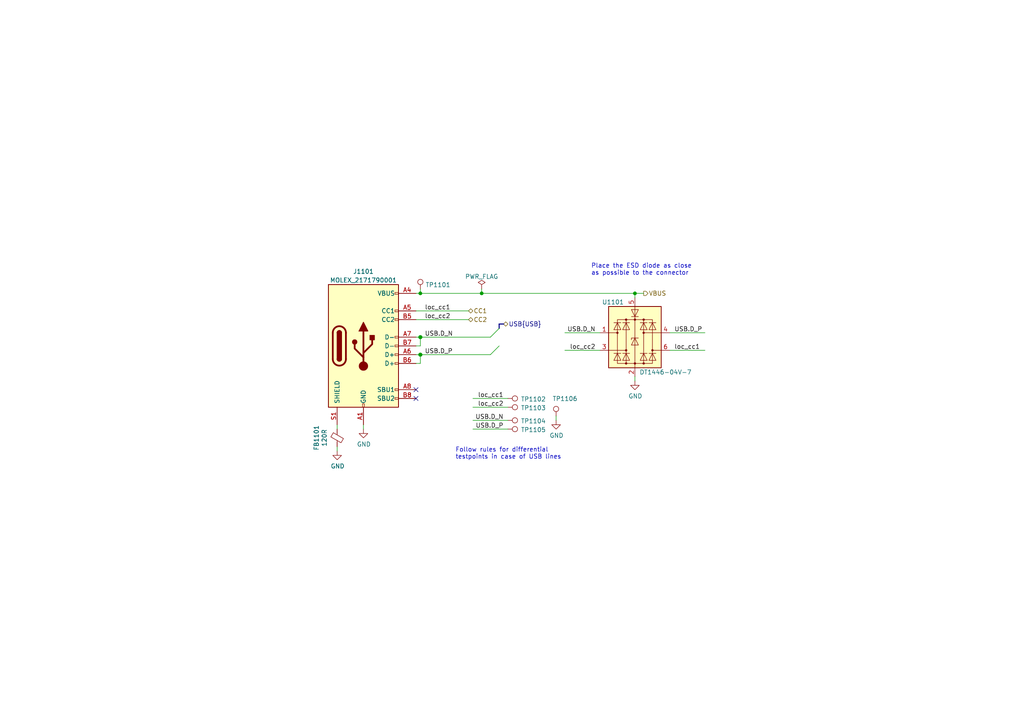
<source format=kicad_sch>
(kicad_sch (version 20210621) (generator eeschema)
  (paper "A4")
  (lib_symbols
    (symbol "DIYPie:DT1446-04V-7" (pin_names hide)
      (property "Reference" "U" (at 2.54 8.89 0))
      (property "Value" "DT1446-04V-7" (at 2.54 -8.89 0))
      (symbol "DT1446-04V-7_0_1"
        (circle (center -5.08 2.54) (radius 0.254) (fill (type outline)))
        (circle (center -2.54 -6.35) (radius 0.254) (fill (type outline)))
        (circle (center -2.54 -2.54) (radius 0.254) (fill (type outline)))
        (circle (center -2.54 6.35) (radius 0.254) (fill (type outline)))
        (circle (center 0 -6.35) (radius 0.254) (fill (type outline)))
        (circle (center 0 6.35) (radius 0.254) (fill (type outline)))
        (circle (center 2.54 -6.35) (radius 0.254) (fill (type outline)))
        (circle (center 2.54 2.54) (radius 0.254) (fill (type outline)))
        (circle (center 2.54 6.35) (radius 0.254) (fill (type outline)))
        (circle (center 5.08 -2.54) (radius 0.254) (fill (type outline)))
        (rectangle (start -2.54 6.35) (end 2.54 -6.35))
        (rectangle (start -7.62 -7.62) (end 7.62 10.16) (stroke (width 0.254)) (fill (type background)))
        (polyline (pts (xy -5.08 2.54) (xy -7.62 2.54)))
        (polyline (pts (xy -4.064 -3.429) (xy -6.096 -3.429)))
        (polyline (pts (xy -4.064 5.461) (xy -6.096 5.461)))
        (polyline (pts (xy -2.54 -2.54) (xy -7.62 -2.54)))
        (polyline (pts (xy -1.524 -3.429) (xy -3.556 -3.429)))
        (polyline (pts (xy -1.524 5.461) (xy -3.556 5.461)))
        (polyline (pts (xy 0 -7.62) (xy 0 -6.35)))
        (polyline (pts (xy 0 -6.35) (xy 0 1.27)))
        (polyline (pts (xy 0 1.27) (xy 0 6.35)))
        (polyline (pts (xy 0 6.35) (xy 0 10.16)))
        (polyline (pts (xy 1.524 -3.429) (xy 3.556 -3.429)))
        (polyline (pts (xy 1.524 5.461) (xy 3.556 5.461)))
        (polyline (pts (xy 2.54 2.54) (xy 7.62 2.54)))
        (polyline (pts (xy 4.064 -3.429) (xy 6.096 -3.429)))
        (polyline (pts (xy 4.064 5.461) (xy 6.096 5.461)))
        (polyline (pts (xy 5.08 -2.54) (xy 7.62 -2.54)))
        (polyline (pts (xy -6.096 -5.461) (xy -4.064 -5.461) (xy -5.08 -3.429) (xy -6.096 -5.461)))
        (polyline (pts (xy -6.096 3.429) (xy -4.064 3.429) (xy -5.08 5.461) (xy -6.096 3.429)))
        (polyline (pts (xy -3.556 -5.461) (xy -1.524 -5.461) (xy -2.54 -3.429) (xy -3.556 -5.461)))
        (polyline (pts (xy -3.556 3.429) (xy -1.524 3.429) (xy -2.54 5.461) (xy -3.556 3.429)))
        (polyline (pts (xy -2.54 6.35) (xy -5.08 6.35) (xy -5.08 -6.35) (xy -2.54 -6.35)))
        (polyline (pts (xy -1.016 -1.016) (xy 1.016 -1.016) (xy 0 1.016) (xy -1.016 -1.016)))
        (polyline (pts (xy 1.016 1.016) (xy 0.762 1.016) (xy -1.016 1.016) (xy -1.016 0.508)))
        (polyline (pts (xy 2.54 6.35) (xy 5.08 6.35) (xy 5.08 -6.35) (xy 2.54 -6.35)))
        (polyline (pts (xy 3.556 -5.461) (xy 1.524 -5.461) (xy 2.54 -3.429) (xy 3.556 -5.461)))
        (polyline (pts (xy 3.556 3.429) (xy 1.524 3.429) (xy 2.54 5.461) (xy 3.556 3.429)))
        (polyline (pts (xy 6.096 -5.461) (xy 4.064 -5.461) (xy 5.08 -3.429) (xy 6.096 -5.461)))
        (polyline (pts (xy 6.096 3.429) (xy 4.064 3.429) (xy 5.08 5.461) (xy 6.096 3.429)))
      )
      (symbol "DT1446-04V-7_1_1"
        (polyline (pts (xy 1.016 7.239) (xy -1.016 7.239)))
        (polyline (pts (xy -1.016 9.271) (xy 1.016 9.271) (xy 0 7.239) (xy -1.016 9.271)))
        (pin passive line (at -10.16 2.54 0) (length 2.54) (name "I/O1") (number "1"))
        (pin passive line (at 0 -10.16 90) (length 2.54) (name "GND") (number "2"))
        (pin passive line (at -10.16 -2.54 0) (length 2.54) (name "I/O2") (number "3"))
        (pin passive line (at 10.16 2.54 180) (length 2.54) (name "I/O3") (number "4"))
        (pin passive line (at 0 12.7 270) (length 2.54) (name "VBUS") (number "5"))
        (pin passive line (at 10.16 -2.54 180) (length 2.54) (name "I/O4") (number "6"))
      )
    )
    (symbol "DIYPie:MOLEX_2171790001" (pin_names (offset 1.016))
      (property "Reference" "J" (at -10.16 19.05 0))
      (property "Value" "MOLEX_2171790001" (at 19.05 19.05 0))
      (symbol "MOLEX_2171790001_0_0"
        (rectangle (start -0.254 -17.78) (end 0.254 -16.764))
        (rectangle (start 10.16 -14.986) (end 9.144 -15.494))
        (rectangle (start 10.16 -12.446) (end 9.144 -12.954))
        (rectangle (start 10.16 -4.826) (end 9.144 -5.334))
        (rectangle (start 10.16 -2.286) (end 9.144 -2.794))
        (rectangle (start 10.16 0.254) (end 9.144 -0.254))
        (rectangle (start 10.16 2.794) (end 9.144 2.286))
        (rectangle (start 10.16 7.874) (end 9.144 7.366))
        (rectangle (start 10.16 10.414) (end 9.144 9.906))
        (rectangle (start 10.16 15.494) (end 9.144 14.986))
      )
      (symbol "MOLEX_2171790001_0_1"
        (arc (start -8.89 -3.81) (end -5.08 -3.81) (radius (at -6.985 -3.81) (length 1.905) (angles -179.9 -0.1)) (stroke (width 0.508)))
        (arc (start -7.62 -3.81) (end -6.35 -3.81) (radius (at -6.985 -3.81) (length 0.635) (angles -179.9 -0.1)) (stroke (width 0.254)))
        (arc (start -6.35 3.81) (end -7.62 3.81) (radius (at -6.985 3.81) (length 0.635) (angles 0.1 179.9)) (stroke (width 0.254)))
        (arc (start -5.08 3.81) (end -8.89 3.81) (radius (at -6.985 3.81) (length 1.905) (angles 0.1 179.9)) (stroke (width 0.508)))
        (arc (start -7.62 -3.81) (end -6.35 -3.81) (radius (at -6.985 -3.81) (length 0.635) (angles -179.9 -0.1)) (stroke (width 0.254)) (fill (type outline)))
        (arc (start -6.35 3.81) (end -7.62 3.81) (radius (at -6.985 3.81) (length 0.635) (angles 0.1 179.9)) (stroke (width 0.254)) (fill (type outline)))
        (circle (center -2.54 1.143) (radius 0.635) (stroke (width 0.254)) (fill (type outline)))
        (circle (center 0 -5.842) (radius 1.27) (fill (type outline)))
        (rectangle (start -7.62 -3.81) (end -6.35 3.81) (stroke (width 0.254)) (fill (type outline)))
        (rectangle (start 1.905 1.778) (end 3.175 3.048) (stroke (width 0.254)) (fill (type outline)))
        (rectangle (start -10.16 17.78) (end 10.16 -17.78) (stroke (width 0.254)) (fill (type background)))
        (polyline (pts (xy -8.89 -3.81) (xy -8.89 3.81)) (stroke (width 0.508)))
        (polyline (pts (xy -5.08 3.81) (xy -5.08 -3.81)) (stroke (width 0.508)))
        (polyline (pts (xy 0 -5.842) (xy 0 4.318)) (stroke (width 0.508)))
        (polyline (pts (xy 0 -3.302) (xy -2.54 -0.762) (xy -2.54 0.508)) (stroke (width 0.508)))
        (polyline (pts (xy 0 -2.032) (xy 2.54 0.508) (xy 2.54 1.778)) (stroke (width 0.508)))
        (polyline (pts (xy -1.27 4.318) (xy 0 6.858) (xy 1.27 4.318) (xy -1.27 4.318)) (stroke (width 0.254)) (fill (type outline)))
      )
      (symbol "MOLEX_2171790001_1_1"
        (pin passive line (at 0 -22.86 90) (length 5.08) (name "GND") (number "A1"))
        (pin passive line (at 0 -22.86 90) (length 5.08) hide (name "GND") (number "A12"))
        (pin passive line (at 15.24 15.24 180) (length 5.08) (name "VBUS") (number "A4"))
        (pin bidirectional line (at 15.24 10.16 180) (length 5.08) (name "CC1") (number "A5"))
        (pin bidirectional line (at 15.24 -2.54 180) (length 5.08) (name "D+") (number "A6"))
        (pin bidirectional line (at 15.24 2.54 180) (length 5.08) (name "D-") (number "A7"))
        (pin bidirectional line (at 15.24 -12.7 180) (length 5.08) (name "SBU1") (number "A8"))
        (pin passive line (at 15.24 15.24 180) (length 5.08) hide (name "VBUS") (number "A9"))
        (pin passive line (at 0 -22.86 90) (length 5.08) hide (name "GND") (number "B1"))
        (pin passive line (at 0 -22.86 90) (length 5.08) hide (name "GND") (number "B12"))
        (pin passive line (at 15.24 15.24 180) (length 5.08) hide (name "VBUS") (number "B4"))
        (pin bidirectional line (at 15.24 7.62 180) (length 5.08) (name "CC2") (number "B5"))
        (pin bidirectional line (at 15.24 -5.08 180) (length 5.08) (name "D+") (number "B6"))
        (pin bidirectional line (at 15.24 0 180) (length 5.08) (name "D-") (number "B7"))
        (pin bidirectional line (at 15.24 -15.24 180) (length 5.08) (name "SBU2") (number "B8"))
        (pin passive line (at 15.24 15.24 180) (length 5.08) hide (name "VBUS") (number "B9"))
        (pin passive line (at -7.62 -22.86 90) (length 5.08) (name "SHIELD") (number "S1"))
      )
    )
    (symbol "DIYPie:TestPoint" (pin_numbers hide) (pin_names (offset 0.762) hide)
      (property "Reference" "TP" (at 0 5.588 0))
      (property "Value" "TestPoint" (at 0 3.81 0))
      (symbol "TestPoint_0_1"
        (circle (center 0 2.032) (radius 0.762))
      )
      (symbol "TestPoint_1_1"
        (pin passive line (at 0 0 90) (length 1.27) (name "1") (number "1"))
      )
    )
    (symbol "Device:Ferrite_Bead_Small" (pin_numbers hide) (pin_names (offset 0))
      (property "Reference" "FB" (at 1.905 1.27 0))
      (property "Value" "Ferrite_Bead_Small" (at 1.905 -1.27 0))
      (symbol "Ferrite_Bead_Small_0_1"
        (polyline (pts (xy 0 -1.27) (xy 0 -0.7874)))
        (polyline (pts (xy 0 0.889) (xy 0 1.2954)))
        (polyline (pts (xy -1.8288 0.2794) (xy -1.1176 1.4986) (xy 1.8288 -0.2032) (xy 1.1176 -1.4224) (xy -1.8288 0.2794)))
      )
      (symbol "Ferrite_Bead_Small_1_1"
        (pin passive line (at 0 2.54 270) (length 1.27) (name "~") (number "1"))
        (pin passive line (at 0 -2.54 90) (length 1.27) (name "~") (number "2"))
      )
    )
    (symbol "power:GND" (power) (pin_names (offset 0))
      (property "Value" "GND" (at 0 -3.81 0))
      (symbol "GND_0_1"
        (polyline (pts (xy 0 0) (xy 0 -1.27) (xy 1.27 -1.27) (xy 0 -2.54) (xy -1.27 -1.27) (xy 0 -1.27)))
      )
      (symbol "GND_1_1"
        (pin power_in line (at 0 0 270) (length 0) hide (name "GND") (number "1"))
      )
    )
    (symbol "power:PWR_FLAG" (power) (pin_numbers hide) (pin_names (offset 0) hide)
      (property "Value" "PWR_FLAG" (at 0 3.81 0))
      (symbol "PWR_FLAG_0_0"
        (pin power_out line (at 0 0 90) (length 0) (name "pwr") (number "1"))
      )
      (symbol "PWR_FLAG_0_1"
        (polyline (pts (xy 0 0) (xy 0 1.27) (xy -1.016 1.905) (xy 0 2.54) (xy 1.016 1.905) (xy 0 1.27)))
      )
    )
  )
  (junction (at 121.92 85.09) (diameter 0.9144))
  (junction (at 121.92 97.79) (diameter 1.016))
  (junction (at 121.92 102.87) (diameter 1.016))
  (junction (at 139.7 85.09) (diameter 0.9144))
  (junction (at 184.15 85.09) (diameter 0.9144))
  (no_connect (at 120.65 113.03))
  (no_connect (at 120.65 115.57))
  (bus_entry (at 144.78 95.25) (size -2.54 2.54) (stroke (width 0.1524)))
  (bus_entry (at 144.78 100.33) (size -2.54 2.54) (stroke (width 0.1524)))
  (wire (pts (xy 97.79 123.19) (xy 97.79 124.46)))
  (wire (pts (xy 97.79 129.54) (xy 97.79 130.81)))
  (wire (pts (xy 105.41 124.46) (xy 105.41 123.19)))
  (wire (pts (xy 120.65 85.09) (xy 121.92 85.09)))
  (wire (pts (xy 120.65 90.17) (xy 135.89 90.17)))
  (wire (pts (xy 120.65 92.71) (xy 135.89 92.71)))
  (wire (pts (xy 120.65 97.79) (xy 121.92 97.79)))
  (wire (pts (xy 120.65 102.87) (xy 121.92 102.87)))
  (wire (pts (xy 121.92 83.82) (xy 121.92 85.09)))
  (wire (pts (xy 121.92 85.09) (xy 139.7 85.09)))
  (wire (pts (xy 121.92 97.79) (xy 121.92 100.33)))
  (wire (pts (xy 121.92 97.79) (xy 142.24 97.79)))
  (wire (pts (xy 121.92 100.33) (xy 120.65 100.33)))
  (wire (pts (xy 121.92 102.87) (xy 121.92 105.41)))
  (wire (pts (xy 121.92 102.87) (xy 142.24 102.87)))
  (wire (pts (xy 121.92 105.41) (xy 120.65 105.41)))
  (wire (pts (xy 137.16 115.57) (xy 147.32 115.57)))
  (wire (pts (xy 137.16 118.11) (xy 147.32 118.11)))
  (wire (pts (xy 137.16 121.92) (xy 147.32 121.92)))
  (wire (pts (xy 137.16 124.46) (xy 147.32 124.46)))
  (wire (pts (xy 139.7 83.82) (xy 139.7 85.09)))
  (wire (pts (xy 139.7 85.09) (xy 184.15 85.09)))
  (wire (pts (xy 161.29 120.65) (xy 161.29 121.92)))
  (wire (pts (xy 163.83 96.52) (xy 173.99 96.52)))
  (wire (pts (xy 163.83 101.6) (xy 173.99 101.6)))
  (wire (pts (xy 184.15 85.09) (xy 184.15 86.36)))
  (wire (pts (xy 184.15 85.09) (xy 186.69 85.09)))
  (wire (pts (xy 184.15 110.49) (xy 184.15 109.22)))
  (wire (pts (xy 194.31 96.52) (xy 204.47 96.52)))
  (wire (pts (xy 194.31 101.6) (xy 204.47 101.6)))
  (bus (pts (xy 144.78 93.98) (xy 144.78 100.33)))
  (bus (pts (xy 146.05 93.98) (xy 144.78 93.98)))
  (text "Follow rules for differential \ntestpoints in case of USB lines" (at 132.08 133.35 0) (effects (font (size 1.27 1.27)) (justify left bottom)))
  (text "Place the ESD diode as close \nas possible to the connector" (at 171.45 80.01 0) (effects (font (size 1.27 1.27)) (justify left bottom)))
  (label "loc_cc1" (at 123.19 90.17 0))
  (label "loc_cc2" (at 123.19 92.71 0))
  (label "USB.D_N" (at 123.19 97.79 0))
  (label "USB.D_P" (at 123.19 102.87 0))
  (label "loc_cc1" (at 146.05 115.57 180))
  (label "loc_cc2" (at 146.05 118.11 180))
  (label "USB.D_N" (at 146.05 121.92 180))
  (label "USB.D_P" (at 146.05 124.46 180))
  (label "USB.D_N" (at 172.72 96.52 180))
  (label "loc_cc2" (at 172.72 101.6 180))
  (label "USB.D_P" (at 195.58 96.52 0))
  (label "loc_cc1" (at 195.58 101.6 0))
  (hierarchical_label "CC1" (shape bidirectional) (at 135.89 90.17 0))
  (hierarchical_label "CC2" (shape bidirectional) (at 135.89 92.71 0))
  (hierarchical_label "USB{USB}" (shape bidirectional) (at 146.05 93.98 0))
  (hierarchical_label "VBUS" (shape output) (at 186.69 85.09 0))
  (symbol (lib_id "DIYPie:TestPoint") (at 121.92 83.82 0) (unit 1)
    (property "Reference" "TP1101" (at 123.3932 82.6262 0) (effects (justify left)))
    (property "Value" "TestPoint" (effects hide))
    (property "Footprint" "DIYPie:TestPoint_Pad_D1.5mm" (effects hide))
    (property "Description" "Generic testpoint" (effects hide))
  )
  (symbol (lib_id "DIYPie:TestPoint") (at 147.32 115.57 270) (unit 1)
    (property "Reference" "TP1102" (at 151.0538 115.7732 90) (effects (justify left)))
    (property "Value" "TestPoint" (effects hide))
    (property "Footprint" "DIYPie:TestPoint_Pad_D1.5mm" (effects hide))
    (property "Description" "Generic testpoint" (effects hide))
  )
  (symbol (lib_id "DIYPie:TestPoint") (at 147.32 118.11 270) (unit 1)
    (property "Reference" "TP1103" (at 151.0538 118.3132 90) (effects (justify left)))
    (property "Value" "TestPoint" (effects hide))
    (property "Footprint" "DIYPie:TestPoint_Pad_D1.5mm" (effects hide))
    (property "Description" "Generic testpoint" (effects hide))
  )
  (symbol (lib_id "DIYPie:TestPoint") (at 147.32 121.92 270) (unit 1)
    (property "Reference" "TP1104" (at 151.0538 122.1232 90) (effects (justify left)))
    (property "Value" "TestPoint" (effects hide))
    (property "Footprint" "DIYPie:TestPoint_Pad_D1.5mm" (effects hide))
    (property "Description" "Generic testpoint" (effects hide))
  )
  (symbol (lib_id "DIYPie:TestPoint") (at 147.32 124.46 270) (unit 1)
    (property "Reference" "TP1105" (at 151.0538 124.6632 90) (effects (justify left)))
    (property "Value" "TestPoint" (effects hide))
    (property "Footprint" "DIYPie:TestPoint_Pad_D1.5mm" (effects hide))
    (property "Description" "Generic testpoint" (effects hide))
  )
  (symbol (lib_id "DIYPie:TestPoint") (at 161.29 120.65 0) (unit 1)
    (property "Reference" "TP1106" (at 160.2232 115.6462 0) (effects (justify left)))
    (property "Value" "TestPoint" (effects hide))
    (property "Footprint" "DIYPie:TestPoint_Pad_D1.5mm" (effects hide))
    (property "Description" "Generic testpoint" (effects hide))
  )
  (symbol (lib_id "power:PWR_FLAG") (at 139.7 83.82 0) (unit 1)
    (property "Reference" "#FLG0103" (effects hide))
    (property "Value" "PWR_FLAG" (at 139.7 80.2154 0))
  )
  (symbol (lib_id "power:GND") (at 97.79 130.81 0) (unit 1)
    (property "Reference" "#PWR01101" (effects hide))
    (property "Value" "GND" (at 97.917 135.2042 0))
  )
  (symbol (lib_id "power:GND") (at 105.41 124.46 0) (unit 1)
    (property "Reference" "#PWR01102" (effects hide))
    (property "Value" "GND" (at 105.537 128.8542 0))
  )
  (symbol (lib_id "power:GND") (at 161.29 121.92 0) (unit 1)
    (property "Reference" "#PWR01103" (effects hide))
    (property "Value" "GND" (at 161.417 126.3142 0))
  )
  (symbol (lib_id "power:GND") (at 184.15 110.49 0) (unit 1)
    (property "Reference" "#PWR01104" (effects hide))
    (property "Value" "GND" (at 184.277 114.8842 0))
  )
  (symbol (lib_id "Device:Ferrite_Bead_Small") (at 97.79 127 0) (unit 1)
    (property "Reference" "FB1101" (at 91.7702 127 90))
    (property "Value" "120R" (at 94.0816 127 90))
    (property "Footprint" "DIYPie:L_0402_1005Metric" (effects hide))
    (property "Manufacturer" "any" (effects hide))
    (property "Mouser_PN" "81-BLM15EG121SN1D" (effects hide))
    (property "Mouser_PL" "https://eu.mouser.com/ProductDetail/Murata-Electronics/BLM15EG121SN1D?qs=%2Fha2pyFaduioWGQW5Gd6rhsp8tN9gM0oUkGcs7RsWnwqsSqJha0rlA%3D%3D" (effects hide))
    (property "Tolerance" "25%" (effects hide))
    (property "Current" "1.5A" (effects hide))
  )
  (symbol (lib_id "DIYPie:DT1446-04V-7") (at 184.15 99.06 0) (unit 1)
    (property "Reference" "U1101" (at 177.8 87.63 0))
    (property "Value" "DT1446-04V-7" (at 193.04 107.95 0))
    (property "Footprint" "DIYPie:SOT-563" (effects hide))
    (property "Datasheet" "https://ro.mouser.com/datasheet/2/115/DT1446-04V-364506.pdf" (effects hide))
  )
  (symbol (lib_id "DIYPie:MOLEX_2171790001") (at 105.41 100.33 0) (unit 1)
    (property "Reference" "J1101" (at 105.41 78.74 0))
    (property "Value" "MOLEX_2171790001" (at 105.41 81.28 0))
    (property "Footprint" "DIYPie:MOLEX_2171790001" (effects hide))
    (property "Datasheet" "https://www.molex.com/pdm_docs/sd/2171790001_sd.pdf" (effects hide))
  )
)
</source>
